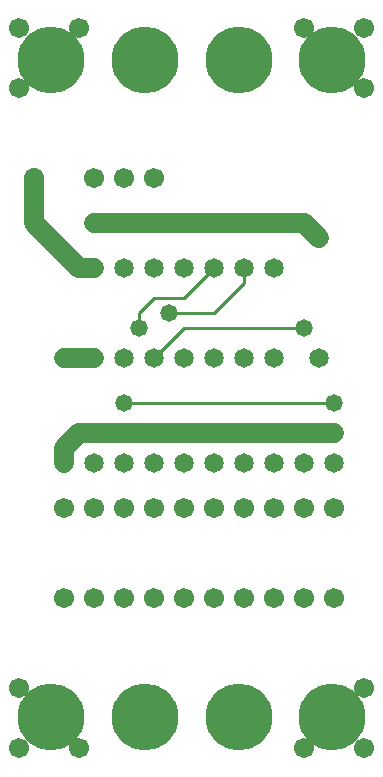
<source format=gbl>
%MOIN*%
%FSLAX25Y25*%
G04 D10 used for Character Trace; *
G04     Circle (OD=.01000) (No hole)*
G04 D11 used for Power Trace; *
G04     Circle (OD=.06700) (No hole)*
G04 D12 used for Signal Trace; *
G04     Circle (OD=.01100) (No hole)*
G04 D13 used for Via; *
G04     Circle (OD=.05800) (Round. Hole ID=.02800)*
G04 D14 used for Component hole; *
G04     Circle (OD=.06500) (Round. Hole ID=.03500)*
G04 D15 used for Component hole; *
G04     Circle (OD=.06700) (Round. Hole ID=.04300)*
G04 D16 used for Component hole; *
G04     Circle (OD=.08100) (Round. Hole ID=.05100)*
G04 D17 used for Component hole; *
G04     Circle (OD=.08900) (Round. Hole ID=.05900)*
G04 D18 used for Component hole; *
G04     Circle (OD=.11300) (Round. Hole ID=.08300)*
G04 D19 used for Component hole; *
G04     Circle (OD=.16000) (Round. Hole ID=.13000)*
G04 D20 used for Component hole; *
G04     Circle (OD=.18300) (Round. Hole ID=.15300)*
G04 D21 used for Component hole; *
G04     Circle (OD=.22291) (Round. Hole ID=.19291)*
%ADD10C,.01000*%
%ADD11C,.06700*%
%ADD12C,.01100*%
%ADD13C,.05800*%
%ADD14C,.06500*%
%ADD15C,.06700*%
%ADD16C,.08100*%
%ADD17C,.08900*%
%ADD18C,.11300*%
%ADD19C,.16000*%
%ADD20C,.18300*%
%ADD21C,.22291*%
%IPPOS*%
%LPD*%
G90*X0Y0D02*D15*X5000Y5000D03*D21*X15625Y15625D03*
D15*X5000Y25000D03*X25000Y5000D03*D21*            
X46875Y15625D03*D15*X50000Y55000D03*X40000D03*    
X30000D03*X20000D03*X60000D03*X70000D03*D21*      
X78125Y15625D03*D15*X80000Y55000D03*Y85000D03*    
X70000D03*X60000D03*X50000D03*X40000D03*X30000D03*
X20000D03*X90000Y55000D03*Y85000D03*D14*          
X100000Y100000D03*X90000D03*X80000D03*X70000D03*  
X60000D03*X50000D03*X40000D03*X30000D03*X20000D03*
D11*Y105000D01*X25000Y110000D01*X30000D01*D14*D03*
D11*X40000D01*D14*D03*D11*X50000D01*D14*D03*D11*  
X60000D01*D14*D03*D11*X70000D01*D14*D03*D11*      
X80000D01*D14*D03*D11*X90000D01*D14*D03*D11*      
X100000D01*D14*D03*D11*X110000D01*D14*D03*D13*    
Y120000D03*D12*X40000D01*D13*D03*D14*             
X50000Y135000D03*D12*X60000Y145000D01*X100000D01* 
D13*D03*D14*X90000Y135000D03*X105000D03*          
X80000Y165000D03*D12*Y160000D01*X70000Y150000D01* 
X55000D01*D13*D03*D12*X50000Y155000D02*X60000D01* 
X45000Y150000D02*X50000Y155000D01*                
X45000Y145000D02*Y150000D01*D13*Y145000D03*D14*   
X40000Y135000D03*X60000D03*D12*Y155000D02*        
X70000Y165000D01*D14*D03*X60000D03*X90000D03*     
X50000D03*D15*X40000Y195000D03*D14*Y165000D03*    
X70000Y135000D03*X80000D03*D11*X105000Y175000D02* 
X100000Y180000D01*D14*X105000Y175000D03*D11*      
X30000Y180000D02*X100000D01*D14*X30000D03*D11*    
X25000Y165000D02*X30000D01*D14*D03*D11*X25000D02* 
X10000Y180000D01*D14*D03*D11*Y195000D01*D15*D03*  
X30000D03*X5000Y225000D03*D21*X46875Y234375D03*   
X15625D03*D15*X50000Y195000D03*X25000Y245000D03*  
X5000D03*D13*X20000Y135000D03*D11*X30000D01*D14*  
D03*D15*X100000Y85000D03*X110000Y55000D03*        
Y85000D03*D14*Y100000D03*D15*X100000Y55000D03*    
X120000Y225000D03*D21*X109375Y234375D03*X78125D03*
D15*X120000Y245000D03*X100000D03*X120000Y25000D03*
D21*X109375Y15625D03*D15*X100000Y5000D03*         
X120000D03*M02*                                   

</source>
